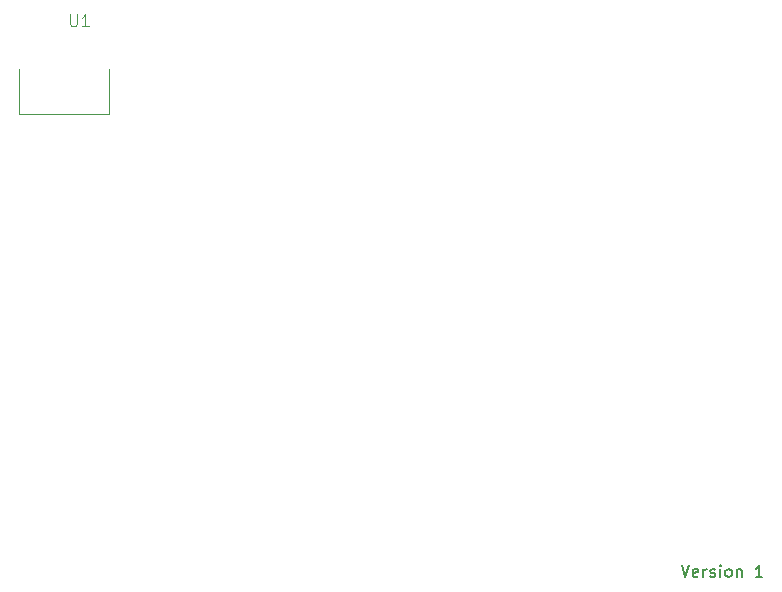
<source format=gbr>
%TF.GenerationSoftware,KiCad,Pcbnew,7.0.10*%
%TF.CreationDate,2024-01-17T15:43:09-08:00*%
%TF.ProjectId,test-1,74657374-2d31-42e6-9b69-6361645f7063,rev?*%
%TF.SameCoordinates,Original*%
%TF.FileFunction,Legend,Top*%
%TF.FilePolarity,Positive*%
%FSLAX46Y46*%
G04 Gerber Fmt 4.6, Leading zero omitted, Abs format (unit mm)*
G04 Created by KiCad (PCBNEW 7.0.10) date 2024-01-17 15:43:09*
%MOMM*%
%LPD*%
G01*
G04 APERTURE LIST*
%ADD10C,0.150000*%
%ADD11C,0.100000*%
G04 APERTURE END LIST*
D10*
X125923922Y-85229819D02*
X126257255Y-86229819D01*
X126257255Y-86229819D02*
X126590588Y-85229819D01*
X127304874Y-86182200D02*
X127209636Y-86229819D01*
X127209636Y-86229819D02*
X127019160Y-86229819D01*
X127019160Y-86229819D02*
X126923922Y-86182200D01*
X126923922Y-86182200D02*
X126876303Y-86086961D01*
X126876303Y-86086961D02*
X126876303Y-85706009D01*
X126876303Y-85706009D02*
X126923922Y-85610771D01*
X126923922Y-85610771D02*
X127019160Y-85563152D01*
X127019160Y-85563152D02*
X127209636Y-85563152D01*
X127209636Y-85563152D02*
X127304874Y-85610771D01*
X127304874Y-85610771D02*
X127352493Y-85706009D01*
X127352493Y-85706009D02*
X127352493Y-85801247D01*
X127352493Y-85801247D02*
X126876303Y-85896485D01*
X127781065Y-86229819D02*
X127781065Y-85563152D01*
X127781065Y-85753628D02*
X127828684Y-85658390D01*
X127828684Y-85658390D02*
X127876303Y-85610771D01*
X127876303Y-85610771D02*
X127971541Y-85563152D01*
X127971541Y-85563152D02*
X128066779Y-85563152D01*
X128352494Y-86182200D02*
X128447732Y-86229819D01*
X128447732Y-86229819D02*
X128638208Y-86229819D01*
X128638208Y-86229819D02*
X128733446Y-86182200D01*
X128733446Y-86182200D02*
X128781065Y-86086961D01*
X128781065Y-86086961D02*
X128781065Y-86039342D01*
X128781065Y-86039342D02*
X128733446Y-85944104D01*
X128733446Y-85944104D02*
X128638208Y-85896485D01*
X128638208Y-85896485D02*
X128495351Y-85896485D01*
X128495351Y-85896485D02*
X128400113Y-85848866D01*
X128400113Y-85848866D02*
X128352494Y-85753628D01*
X128352494Y-85753628D02*
X128352494Y-85706009D01*
X128352494Y-85706009D02*
X128400113Y-85610771D01*
X128400113Y-85610771D02*
X128495351Y-85563152D01*
X128495351Y-85563152D02*
X128638208Y-85563152D01*
X128638208Y-85563152D02*
X128733446Y-85610771D01*
X129209637Y-86229819D02*
X129209637Y-85563152D01*
X129209637Y-85229819D02*
X129162018Y-85277438D01*
X129162018Y-85277438D02*
X129209637Y-85325057D01*
X129209637Y-85325057D02*
X129257256Y-85277438D01*
X129257256Y-85277438D02*
X129209637Y-85229819D01*
X129209637Y-85229819D02*
X129209637Y-85325057D01*
X129828684Y-86229819D02*
X129733446Y-86182200D01*
X129733446Y-86182200D02*
X129685827Y-86134580D01*
X129685827Y-86134580D02*
X129638208Y-86039342D01*
X129638208Y-86039342D02*
X129638208Y-85753628D01*
X129638208Y-85753628D02*
X129685827Y-85658390D01*
X129685827Y-85658390D02*
X129733446Y-85610771D01*
X129733446Y-85610771D02*
X129828684Y-85563152D01*
X129828684Y-85563152D02*
X129971541Y-85563152D01*
X129971541Y-85563152D02*
X130066779Y-85610771D01*
X130066779Y-85610771D02*
X130114398Y-85658390D01*
X130114398Y-85658390D02*
X130162017Y-85753628D01*
X130162017Y-85753628D02*
X130162017Y-86039342D01*
X130162017Y-86039342D02*
X130114398Y-86134580D01*
X130114398Y-86134580D02*
X130066779Y-86182200D01*
X130066779Y-86182200D02*
X129971541Y-86229819D01*
X129971541Y-86229819D02*
X129828684Y-86229819D01*
X130590589Y-85563152D02*
X130590589Y-86229819D01*
X130590589Y-85658390D02*
X130638208Y-85610771D01*
X130638208Y-85610771D02*
X130733446Y-85563152D01*
X130733446Y-85563152D02*
X130876303Y-85563152D01*
X130876303Y-85563152D02*
X130971541Y-85610771D01*
X130971541Y-85610771D02*
X131019160Y-85706009D01*
X131019160Y-85706009D02*
X131019160Y-86229819D01*
X132781065Y-86229819D02*
X132209637Y-86229819D01*
X132495351Y-86229819D02*
X132495351Y-85229819D01*
X132495351Y-85229819D02*
X132400113Y-85372676D01*
X132400113Y-85372676D02*
X132304875Y-85467914D01*
X132304875Y-85467914D02*
X132209637Y-85515533D01*
D11*
X74168095Y-38597419D02*
X74168095Y-39406942D01*
X74168095Y-39406942D02*
X74215714Y-39502180D01*
X74215714Y-39502180D02*
X74263333Y-39549800D01*
X74263333Y-39549800D02*
X74358571Y-39597419D01*
X74358571Y-39597419D02*
X74549047Y-39597419D01*
X74549047Y-39597419D02*
X74644285Y-39549800D01*
X74644285Y-39549800D02*
X74691904Y-39502180D01*
X74691904Y-39502180D02*
X74739523Y-39406942D01*
X74739523Y-39406942D02*
X74739523Y-38597419D01*
X75739523Y-39597419D02*
X75168095Y-39597419D01*
X75453809Y-39597419D02*
X75453809Y-38597419D01*
X75453809Y-38597419D02*
X75358571Y-38740276D01*
X75358571Y-38740276D02*
X75263333Y-38835514D01*
X75263333Y-38835514D02*
X75168095Y-38883133D01*
%TO.C,U1*%
X69850000Y-43180000D02*
X69850000Y-46990000D01*
X69850000Y-46990000D02*
X77470000Y-46990000D01*
X77470000Y-46990000D02*
X77470000Y-43180000D01*
%TD*%
M02*

</source>
